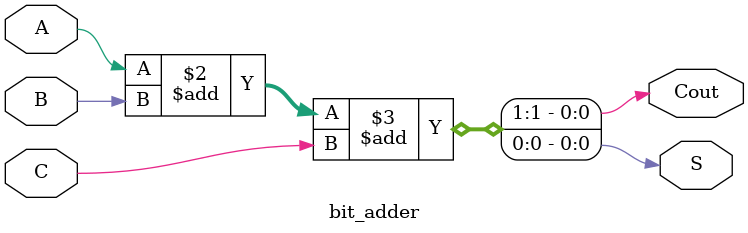
<source format=v>
`timescale 1ns / 1ps
module bit_adder(A,B,C,S,Cout);
input A,B,C;
output reg S,Cout;
always @(A or B or C)
{Cout, S} = A + B + C;
endmodule

</source>
